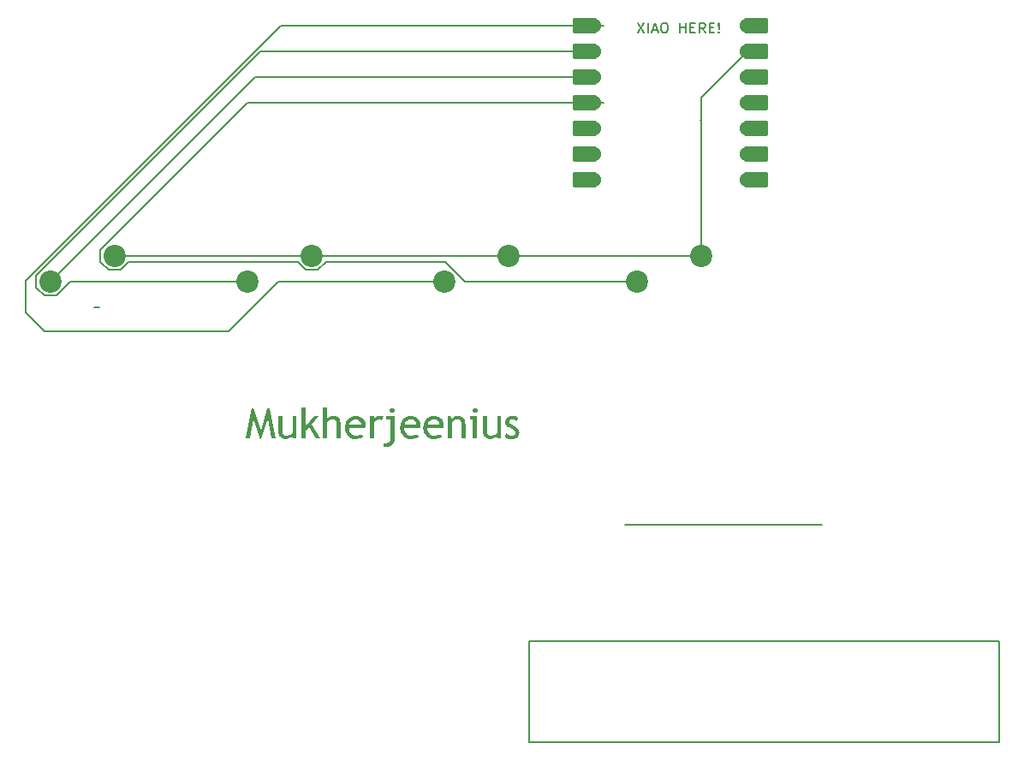
<source format=gbr>
%TF.GenerationSoftware,KiCad,Pcbnew,9.0.2*%
%TF.CreationDate,2025-06-28T12:52:55-04:00*%
%TF.ProjectId,Kicadproject1,4b696361-6470-4726-9f6a-656374312e6b,rev?*%
%TF.SameCoordinates,Original*%
%TF.FileFunction,Copper,L1,Top*%
%TF.FilePolarity,Positive*%
%FSLAX46Y46*%
G04 Gerber Fmt 4.6, Leading zero omitted, Abs format (unit mm)*
G04 Created by KiCad (PCBNEW 9.0.2) date 2025-06-28 12:52:55*
%MOMM*%
%LPD*%
G01*
G04 APERTURE LIST*
G04 Aperture macros list*
%AMRoundRect*
0 Rectangle with rounded corners*
0 $1 Rounding radius*
0 $2 $3 $4 $5 $6 $7 $8 $9 X,Y pos of 4 corners*
0 Add a 4 corners polygon primitive as box body*
4,1,4,$2,$3,$4,$5,$6,$7,$8,$9,$2,$3,0*
0 Add four circle primitives for the rounded corners*
1,1,$1+$1,$2,$3*
1,1,$1+$1,$4,$5*
1,1,$1+$1,$6,$7*
1,1,$1+$1,$8,$9*
0 Add four rect primitives between the rounded corners*
20,1,$1+$1,$2,$3,$4,$5,0*
20,1,$1+$1,$4,$5,$6,$7,0*
20,1,$1+$1,$6,$7,$8,$9,0*
20,1,$1+$1,$8,$9,$2,$3,0*%
G04 Aperture macros list end*
%ADD10C,0.150000*%
%TA.AperFunction,NonConductor*%
%ADD11C,0.150000*%
%TD*%
%TA.AperFunction,NonConductor*%
%ADD12C,0.200000*%
%TD*%
%TA.AperFunction,ComponentPad*%
%ADD13C,2.200000*%
%TD*%
%TA.AperFunction,SMDPad,CuDef*%
%ADD14RoundRect,0.152400X1.063600X0.609600X-1.063600X0.609600X-1.063600X-0.609600X1.063600X-0.609600X0*%
%TD*%
%TA.AperFunction,ComponentPad*%
%ADD15C,1.524000*%
%TD*%
%TA.AperFunction,SMDPad,CuDef*%
%ADD16RoundRect,0.152400X-1.063600X-0.609600X1.063600X-0.609600X1.063600X0.609600X-1.063600X0.609600X0*%
%TD*%
%TA.AperFunction,Conductor*%
%ADD17C,0.200000*%
%TD*%
G04 APERTURE END LIST*
D10*
G36*
X81567847Y-102990000D02*
G01*
X81211191Y-101062191D01*
X80555399Y-103036894D01*
X80453000Y-103036894D01*
X79778707Y-101062191D01*
X79430294Y-102990000D01*
X79041032Y-102990000D01*
X79602486Y-99988743D01*
X79788965Y-99988743D01*
X80504291Y-102178686D01*
X81164113Y-99988743D01*
X81348578Y-99988743D01*
X81957292Y-102990000D01*
X81567847Y-102990000D01*
G37*
G36*
X82623342Y-100797676D02*
G01*
X82623342Y-102199569D01*
X82638263Y-102369699D01*
X82678197Y-102495444D01*
X82738766Y-102587331D01*
X82819868Y-102652487D01*
X82925674Y-102693642D01*
X83063895Y-102708632D01*
X83188931Y-102696271D01*
X83305637Y-102659613D01*
X83416338Y-102597807D01*
X83514396Y-102516525D01*
X83583336Y-102431314D01*
X83627547Y-102341168D01*
X83627547Y-100797676D01*
X84016992Y-100797676D01*
X84016992Y-102990000D01*
X83627547Y-102990000D01*
X83627547Y-102692145D01*
X83574448Y-102769939D01*
X83489540Y-102848747D01*
X83364131Y-102929183D01*
X83229230Y-102990542D01*
X83101175Y-103025571D01*
X82977983Y-103036894D01*
X82798839Y-103022373D01*
X82650645Y-102981701D01*
X82527629Y-102917455D01*
X82425505Y-102829715D01*
X82345291Y-102721367D01*
X82285661Y-102590332D01*
X82247555Y-102432015D01*
X82233897Y-102240601D01*
X82233897Y-100797676D01*
X82623342Y-100797676D01*
G37*
G36*
X85967515Y-102990000D02*
G01*
X85278934Y-101891273D01*
X84938764Y-102239685D01*
X84938764Y-102990000D01*
X84549319Y-102990000D01*
X84549319Y-99894954D01*
X84938764Y-99894954D01*
X84938764Y-101817634D01*
X85779021Y-100797676D01*
X86233862Y-100797676D01*
X85530992Y-101628956D01*
X86389750Y-102990000D01*
X85967515Y-102990000D01*
G37*
G36*
X88018056Y-102990000D02*
G01*
X88018056Y-101608623D01*
X88003155Y-101448542D01*
X87961952Y-101321571D01*
X87897156Y-101220643D01*
X87807831Y-101143341D01*
X87696669Y-101095922D01*
X87556987Y-101079043D01*
X87418036Y-101099040D01*
X87273054Y-101162208D01*
X87144533Y-101254803D01*
X87054884Y-101356198D01*
X87054884Y-102990000D01*
X86665439Y-102990000D01*
X86665439Y-99894954D01*
X87054884Y-99894954D01*
X87054884Y-101033981D01*
X87114070Y-100960990D01*
X87196190Y-100893622D01*
X87305844Y-100831931D01*
X87482727Y-100770888D01*
X87663599Y-100750781D01*
X87834437Y-100766294D01*
X87979309Y-100810379D01*
X88103227Y-100881429D01*
X88209665Y-100980675D01*
X88292889Y-101100097D01*
X88354486Y-101241568D01*
X88393586Y-101409317D01*
X88407501Y-101608623D01*
X88407501Y-102990000D01*
X88018056Y-102990000D01*
G37*
G36*
X90078590Y-100769245D02*
G01*
X90274756Y-100821325D01*
X90440739Y-100904095D01*
X90581507Y-101017494D01*
X90692515Y-101153254D01*
X90772499Y-101309076D01*
X90822183Y-101488845D01*
X90839610Y-101697833D01*
X90831652Y-101825083D01*
X90808836Y-101937801D01*
X89226875Y-101937801D01*
X89241743Y-102129306D01*
X89283346Y-102287868D01*
X89348868Y-102419493D01*
X89437901Y-102528747D01*
X89571754Y-102627428D01*
X89729354Y-102687565D01*
X89917472Y-102708632D01*
X90082245Y-102695701D01*
X90228038Y-102658456D01*
X90358091Y-102598026D01*
X90474895Y-102513909D01*
X90638843Y-102795094D01*
X90532578Y-102874541D01*
X90362238Y-102950799D01*
X90204225Y-102997776D01*
X90031372Y-103026853D01*
X89841634Y-103036894D01*
X89639740Y-103018770D01*
X89457777Y-102965955D01*
X89291744Y-102878791D01*
X89138764Y-102754977D01*
X89000468Y-102590028D01*
X88900761Y-102399438D01*
X88838723Y-102178204D01*
X88816913Y-101919483D01*
X88831316Y-101701093D01*
X88841492Y-101653503D01*
X89237133Y-101653503D01*
X90452363Y-101653503D01*
X90435256Y-101499676D01*
X90386027Y-101368094D01*
X90304719Y-101253799D01*
X90186684Y-101158352D01*
X90042424Y-101099797D01*
X89864166Y-101079043D01*
X89697556Y-101098610D01*
X89553839Y-101155271D01*
X89427643Y-101249769D01*
X89331952Y-101366550D01*
X89268836Y-101499768D01*
X89237133Y-101653503D01*
X88841492Y-101653503D01*
X88872643Y-101507819D01*
X88939064Y-101335948D01*
X89030138Y-101182420D01*
X89146824Y-101044972D01*
X89303699Y-100914535D01*
X89470512Y-100823730D01*
X89649916Y-100769299D01*
X89845664Y-100750781D01*
X90078590Y-100769245D01*
G37*
G36*
X92442088Y-101167154D02*
G01*
X92311683Y-101100081D01*
X92185999Y-101079043D01*
X92056676Y-101099300D01*
X91937557Y-101160699D01*
X91824214Y-101269919D01*
X91739079Y-101404253D01*
X91687465Y-101555942D01*
X91669609Y-101729706D01*
X91669609Y-102990000D01*
X91280163Y-102990000D01*
X91280163Y-100797676D01*
X91669609Y-100797676D01*
X91669609Y-101142791D01*
X91766912Y-100997021D01*
X91876998Y-100888901D01*
X92000877Y-100813023D01*
X92141379Y-100766813D01*
X92302869Y-100750781D01*
X92418245Y-100758585D01*
X92604021Y-100787784D01*
X92442088Y-101167154D01*
G37*
G36*
X93479448Y-99965296D02*
G01*
X93572470Y-99982951D01*
X93650540Y-100035821D01*
X93703649Y-100113446D01*
X93721249Y-100204532D01*
X93703548Y-100297508D01*
X93650540Y-100375441D01*
X93572470Y-100428311D01*
X93479448Y-100445966D01*
X93386584Y-100428282D01*
X93309272Y-100375441D01*
X93257123Y-100297594D01*
X93239663Y-100204532D01*
X93257151Y-100111817D01*
X93309272Y-100034905D01*
X93386512Y-99982780D01*
X93479448Y-99965296D01*
G37*
G36*
X92639192Y-103845826D02*
G01*
X92639192Y-103497048D01*
X92907321Y-103479578D01*
X93081683Y-103435862D01*
X93189471Y-103375415D01*
X93268084Y-103283797D01*
X93318998Y-103155044D01*
X93338032Y-102976261D01*
X93338032Y-101125938D01*
X92901509Y-101125938D01*
X92901509Y-100797676D01*
X93727477Y-100797676D01*
X93727477Y-102968750D01*
X93708429Y-103193258D01*
X93655709Y-103373284D01*
X93573218Y-103517780D01*
X93460947Y-103633152D01*
X93324694Y-103718963D01*
X93148754Y-103785516D01*
X92923909Y-103829607D01*
X92639192Y-103845826D01*
G37*
G36*
X95535953Y-100769245D02*
G01*
X95732118Y-100821325D01*
X95898101Y-100904095D01*
X96038869Y-101017494D01*
X96149878Y-101153254D01*
X96229862Y-101309076D01*
X96279545Y-101488845D01*
X96296973Y-101697833D01*
X96289014Y-101825083D01*
X96266198Y-101937801D01*
X94684237Y-101937801D01*
X94699105Y-102129306D01*
X94740708Y-102287868D01*
X94806231Y-102419493D01*
X94895263Y-102528747D01*
X95029116Y-102627428D01*
X95186716Y-102687565D01*
X95374834Y-102708632D01*
X95539607Y-102695701D01*
X95685400Y-102658456D01*
X95815454Y-102598026D01*
X95932257Y-102513909D01*
X96096205Y-102795094D01*
X95989941Y-102874541D01*
X95819600Y-102950799D01*
X95661587Y-102997776D01*
X95488734Y-103026853D01*
X95298996Y-103036894D01*
X95097102Y-103018770D01*
X94915139Y-102965955D01*
X94749106Y-102878791D01*
X94596127Y-102754977D01*
X94457830Y-102590028D01*
X94358123Y-102399438D01*
X94296085Y-102178204D01*
X94274275Y-101919483D01*
X94288679Y-101701093D01*
X94298855Y-101653503D01*
X94694495Y-101653503D01*
X95909726Y-101653503D01*
X95892618Y-101499676D01*
X95843389Y-101368094D01*
X95762081Y-101253799D01*
X95644047Y-101158352D01*
X95499786Y-101099797D01*
X95321528Y-101079043D01*
X95154919Y-101098610D01*
X95011201Y-101155271D01*
X94885005Y-101249769D01*
X94789314Y-101366550D01*
X94726198Y-101499768D01*
X94694495Y-101653503D01*
X94298855Y-101653503D01*
X94330005Y-101507819D01*
X94396427Y-101335948D01*
X94487500Y-101182420D01*
X94604187Y-101044972D01*
X94761061Y-100914535D01*
X94927874Y-100823730D01*
X95107279Y-100769299D01*
X95303026Y-100750781D01*
X95535953Y-100769245D01*
G37*
G36*
X97824997Y-100769245D02*
G01*
X98021162Y-100821325D01*
X98187145Y-100904095D01*
X98327913Y-101017494D01*
X98438922Y-101153254D01*
X98518906Y-101309076D01*
X98568589Y-101488845D01*
X98586017Y-101697833D01*
X98578058Y-101825083D01*
X98555242Y-101937801D01*
X96973281Y-101937801D01*
X96988149Y-102129306D01*
X97029752Y-102287868D01*
X97095275Y-102419493D01*
X97184307Y-102528747D01*
X97318160Y-102627428D01*
X97475760Y-102687565D01*
X97663878Y-102708632D01*
X97828651Y-102695701D01*
X97974444Y-102658456D01*
X98104498Y-102598026D01*
X98221301Y-102513909D01*
X98385249Y-102795094D01*
X98278985Y-102874541D01*
X98108644Y-102950799D01*
X97950631Y-102997776D01*
X97777778Y-103026853D01*
X97588040Y-103036894D01*
X97386146Y-103018770D01*
X97204183Y-102965955D01*
X97038150Y-102878791D01*
X96885170Y-102754977D01*
X96746874Y-102590028D01*
X96647167Y-102399438D01*
X96585129Y-102178204D01*
X96563319Y-101919483D01*
X96577722Y-101701093D01*
X96587898Y-101653503D01*
X96983539Y-101653503D01*
X98198770Y-101653503D01*
X98181662Y-101499676D01*
X98132433Y-101368094D01*
X98051125Y-101253799D01*
X97933091Y-101158352D01*
X97788830Y-101099797D01*
X97610572Y-101079043D01*
X97443962Y-101098610D01*
X97300245Y-101155271D01*
X97174049Y-101249769D01*
X97078358Y-101366550D01*
X97015242Y-101499768D01*
X96983539Y-101653503D01*
X96587898Y-101653503D01*
X96619049Y-101507819D01*
X96685471Y-101335948D01*
X96776544Y-101182420D01*
X96893230Y-101044972D01*
X97050105Y-100914535D01*
X97216918Y-100823730D01*
X97396323Y-100769299D01*
X97592070Y-100750781D01*
X97824997Y-100769245D01*
G37*
G36*
X100346397Y-102990000D02*
G01*
X100346397Y-101711205D01*
X100331485Y-101477064D01*
X100293726Y-101320317D01*
X100240884Y-101219727D01*
X100160118Y-101144959D01*
X100046175Y-101096949D01*
X99887342Y-101079043D01*
X99754965Y-101097948D01*
X99608539Y-101159094D01*
X99477676Y-101250450D01*
X99385240Y-101356198D01*
X99385240Y-102990000D01*
X98995795Y-102990000D01*
X98995795Y-100797676D01*
X99262325Y-100797676D01*
X99385240Y-101075013D01*
X99471192Y-100959242D01*
X99574158Y-100870386D01*
X99696243Y-100805785D01*
X99841275Y-100765188D01*
X100014471Y-100750781D01*
X100209631Y-100769483D01*
X100365591Y-100821416D01*
X100490776Y-100903622D01*
X100590615Y-101017754D01*
X100666833Y-101169821D01*
X100717205Y-101369466D01*
X100735842Y-101629139D01*
X100735842Y-102990000D01*
X100346397Y-102990000D01*
G37*
G36*
X101692419Y-99965296D02*
G01*
X101785441Y-99982951D01*
X101863511Y-100035821D01*
X101916620Y-100113446D01*
X101934220Y-100204532D01*
X101916519Y-100297508D01*
X101863511Y-100375441D01*
X101785441Y-100428311D01*
X101692419Y-100445966D01*
X101601130Y-100428403D01*
X101523342Y-100375441D01*
X101470334Y-100297508D01*
X101452634Y-100204532D01*
X101470122Y-100111817D01*
X101522243Y-100034905D01*
X101599483Y-99982780D01*
X101692419Y-99965296D01*
G37*
G36*
X101479378Y-102990000D02*
G01*
X101479378Y-101125938D01*
X101178044Y-101125938D01*
X101178044Y-100797676D01*
X101868640Y-100797676D01*
X101868640Y-102990000D01*
X101479378Y-102990000D01*
G37*
G36*
X102855443Y-100797676D02*
G01*
X102855443Y-102199569D01*
X102870364Y-102369699D01*
X102910297Y-102495444D01*
X102970867Y-102587331D01*
X103051968Y-102652487D01*
X103157774Y-102693642D01*
X103295996Y-102708632D01*
X103421032Y-102696271D01*
X103537737Y-102659613D01*
X103648438Y-102597807D01*
X103746497Y-102516525D01*
X103815437Y-102431314D01*
X103859647Y-102341168D01*
X103859647Y-100797676D01*
X104249092Y-100797676D01*
X104249092Y-102990000D01*
X103859647Y-102990000D01*
X103859647Y-102692145D01*
X103806548Y-102769939D01*
X103721640Y-102848747D01*
X103596231Y-102929183D01*
X103461330Y-102990542D01*
X103333276Y-103025571D01*
X103210083Y-103036894D01*
X103030940Y-103022373D01*
X102882746Y-102981701D01*
X102759730Y-102917455D01*
X102657606Y-102829715D01*
X102577391Y-102721367D01*
X102517762Y-102590332D01*
X102479656Y-102432015D01*
X102465997Y-102240601D01*
X102465997Y-100797676D01*
X102855443Y-100797676D01*
G37*
G36*
X104637988Y-102864703D02*
G01*
X104775375Y-102495408D01*
X105001564Y-102625176D01*
X105171918Y-102690139D01*
X105300008Y-102708632D01*
X105441232Y-102693857D01*
X105538939Y-102655023D01*
X105605009Y-102596091D01*
X105645788Y-102514801D01*
X105660694Y-102403267D01*
X105642898Y-102307586D01*
X105586987Y-102215245D01*
X105482628Y-102122374D01*
X105312281Y-102028110D01*
X105067076Y-101908868D01*
X104950497Y-101840898D01*
X104862792Y-101772123D01*
X104788564Y-101695818D01*
X104728167Y-101611049D01*
X104686165Y-101523077D01*
X104661036Y-101429013D01*
X104652459Y-101326523D01*
X104665516Y-101194645D01*
X104702785Y-101082559D01*
X104763405Y-100986213D01*
X104849197Y-100903005D01*
X104987848Y-100821012D01*
X105156776Y-100769286D01*
X105363572Y-100750781D01*
X105521137Y-100764836D01*
X105719557Y-100812267D01*
X105968073Y-100902456D01*
X105857431Y-101263508D01*
X105695895Y-101157400D01*
X105542114Y-101098084D01*
X105392149Y-101079043D01*
X105261052Y-101096356D01*
X105157493Y-101145172D01*
X105103174Y-101194774D01*
X105072498Y-101249649D01*
X105062238Y-101312234D01*
X105076544Y-101409954D01*
X105118595Y-101494118D01*
X105191176Y-101568488D01*
X105302023Y-101634085D01*
X105580643Y-101761580D01*
X105745854Y-101849611D01*
X105867467Y-101938902D01*
X105953602Y-102029209D01*
X106017206Y-102134736D01*
X106056601Y-102258633D01*
X106070472Y-102405465D01*
X106056652Y-102549954D01*
X106017258Y-102672777D01*
X105953397Y-102778262D01*
X105863476Y-102869282D01*
X105756714Y-102939146D01*
X105628443Y-102991423D01*
X105474486Y-103024905D01*
X105289750Y-103036894D01*
X105063286Y-103017746D01*
X104847045Y-102960696D01*
X104637988Y-102864703D01*
G37*
D11*
X117741541Y-61869819D02*
X118408207Y-62869819D01*
X118408207Y-61869819D02*
X117741541Y-62869819D01*
X118789160Y-62869819D02*
X118789160Y-61869819D01*
X119217731Y-62584104D02*
X119693921Y-62584104D01*
X119122493Y-62869819D02*
X119455826Y-61869819D01*
X119455826Y-61869819D02*
X119789159Y-62869819D01*
X120312969Y-61869819D02*
X120503445Y-61869819D01*
X120503445Y-61869819D02*
X120598683Y-61917438D01*
X120598683Y-61917438D02*
X120693921Y-62012676D01*
X120693921Y-62012676D02*
X120741540Y-62203152D01*
X120741540Y-62203152D02*
X120741540Y-62536485D01*
X120741540Y-62536485D02*
X120693921Y-62726961D01*
X120693921Y-62726961D02*
X120598683Y-62822200D01*
X120598683Y-62822200D02*
X120503445Y-62869819D01*
X120503445Y-62869819D02*
X120312969Y-62869819D01*
X120312969Y-62869819D02*
X120217731Y-62822200D01*
X120217731Y-62822200D02*
X120122493Y-62726961D01*
X120122493Y-62726961D02*
X120074874Y-62536485D01*
X120074874Y-62536485D02*
X120074874Y-62203152D01*
X120074874Y-62203152D02*
X120122493Y-62012676D01*
X120122493Y-62012676D02*
X120217731Y-61917438D01*
X120217731Y-61917438D02*
X120312969Y-61869819D01*
X121932017Y-62869819D02*
X121932017Y-61869819D01*
X121932017Y-62346009D02*
X122503445Y-62346009D01*
X122503445Y-62869819D02*
X122503445Y-61869819D01*
X122979636Y-62346009D02*
X123312969Y-62346009D01*
X123455826Y-62869819D02*
X122979636Y-62869819D01*
X122979636Y-62869819D02*
X122979636Y-61869819D01*
X122979636Y-61869819D02*
X123455826Y-61869819D01*
X124455826Y-62869819D02*
X124122493Y-62393628D01*
X123884398Y-62869819D02*
X123884398Y-61869819D01*
X123884398Y-61869819D02*
X124265350Y-61869819D01*
X124265350Y-61869819D02*
X124360588Y-61917438D01*
X124360588Y-61917438D02*
X124408207Y-61965057D01*
X124408207Y-61965057D02*
X124455826Y-62060295D01*
X124455826Y-62060295D02*
X124455826Y-62203152D01*
X124455826Y-62203152D02*
X124408207Y-62298390D01*
X124408207Y-62298390D02*
X124360588Y-62346009D01*
X124360588Y-62346009D02*
X124265350Y-62393628D01*
X124265350Y-62393628D02*
X123884398Y-62393628D01*
X124884398Y-62346009D02*
X125217731Y-62346009D01*
X125360588Y-62869819D02*
X124884398Y-62869819D01*
X124884398Y-62869819D02*
X124884398Y-61869819D01*
X124884398Y-61869819D02*
X125360588Y-61869819D01*
X125789160Y-62774580D02*
X125836779Y-62822200D01*
X125836779Y-62822200D02*
X125789160Y-62869819D01*
X125789160Y-62869819D02*
X125741541Y-62822200D01*
X125741541Y-62822200D02*
X125789160Y-62774580D01*
X125789160Y-62774580D02*
X125789160Y-62869819D01*
X125789160Y-62488866D02*
X125741541Y-61917438D01*
X125741541Y-61917438D02*
X125789160Y-61869819D01*
X125789160Y-61869819D02*
X125836779Y-61917438D01*
X125836779Y-61917438D02*
X125789160Y-62488866D01*
X125789160Y-62488866D02*
X125789160Y-61869819D01*
D12*
X107000000Y-123000000D02*
X153500000Y-123000000D01*
X153500000Y-133000000D01*
X107000000Y-133000000D01*
X107000000Y-123000000D01*
X116500000Y-111500000D02*
X136000000Y-111500000D01*
X116500000Y-111500000D01*
D13*
%TO.P,SW4,2,2*%
%TO.N,Net-(U1-GPIO28{slash}ADC2{slash}A2)*%
X59690000Y-87460000D03*
%TO.P,SW4,1,1*%
%TO.N,GND*%
X66040000Y-84920000D03*
%TD*%
D14*
%TO.P,U1,1,GPIO26/ADC0/A0*%
%TO.N,Net-(U1-GPIO26{slash}ADC0{slash}A0)*%
X112545000Y-62148500D03*
D15*
X113380000Y-62148500D03*
D14*
%TO.P,U1,2,GPIO27/ADC1/A1*%
%TO.N,Net-(U1-GPIO27{slash}ADC1{slash}A1)*%
X112545000Y-64688500D03*
D15*
X113380000Y-64688500D03*
D14*
%TO.P,U1,3,GPIO28/ADC2/A2*%
%TO.N,Net-(U1-GPIO28{slash}ADC2{slash}A2)*%
X112545000Y-67228500D03*
D15*
X113380000Y-67228500D03*
D14*
%TO.P,U1,4,GPIO29/ADC3/A3*%
%TO.N,Net-(U1-GPIO29{slash}ADC3{slash}A3)*%
X112545000Y-69768500D03*
D15*
X113380000Y-69768500D03*
D14*
%TO.P,U1,5,GPIO6/SDA*%
%TO.N,unconnected-(U1-GPIO6{slash}SDA-Pad5)*%
X112545000Y-72308500D03*
D15*
X113380000Y-72308500D03*
D14*
%TO.P,U1,6,GPIO7/SCL*%
%TO.N,unconnected-(U1-GPIO7{slash}SCL-Pad6)*%
X112545000Y-74848500D03*
D15*
X113380000Y-74848500D03*
D14*
%TO.P,U1,7,GPIO0/TX*%
%TO.N,unconnected-(U1-GPIO0{slash}TX-Pad7)*%
X112545000Y-77388500D03*
D15*
X113380000Y-77388500D03*
%TO.P,U1,8,GPIO1/RX*%
%TO.N,unconnected-(U1-GPIO1{slash}RX-Pad8)*%
X128620000Y-77388500D03*
D16*
X129455000Y-77388500D03*
D15*
%TO.P,U1,9,GPIO2/SCK*%
%TO.N,unconnected-(U1-GPIO2{slash}SCK-Pad9)*%
X128620000Y-74848500D03*
D16*
X129455000Y-74848500D03*
D15*
%TO.P,U1,10,GPIO4/MISO*%
%TO.N,unconnected-(U1-GPIO4{slash}MISO-Pad10)*%
X128620000Y-72308500D03*
D16*
X129455000Y-72308500D03*
D15*
%TO.P,U1,11,GPIO3/MOSI*%
%TO.N,unconnected-(U1-GPIO3{slash}MOSI-Pad11)*%
X128620000Y-69768500D03*
D16*
X129455000Y-69768500D03*
D15*
%TO.P,U1,12,3V3*%
%TO.N,unconnected-(U1-3V3-Pad12)*%
X128620000Y-67228500D03*
D16*
X129455000Y-67228500D03*
D15*
%TO.P,U1,13,GND*%
%TO.N,GND*%
X128620000Y-64688500D03*
D16*
X129455000Y-64688500D03*
D15*
%TO.P,U1,14,VBUS*%
%TO.N,+5V*%
X128620000Y-62148500D03*
D16*
X129455000Y-62148500D03*
%TD*%
D13*
%TO.P,SW3,1,1*%
%TO.N,GND*%
X124040000Y-84920000D03*
%TO.P,SW3,2,2*%
%TO.N,Net-(U1-GPIO29{slash}ADC3{slash}A3)*%
X117690000Y-87460000D03*
%TD*%
%TO.P,SW2,1,1*%
%TO.N,GND*%
X105040000Y-84920000D03*
%TO.P,SW2,2,2*%
%TO.N,Net-(U1-GPIO26{slash}ADC0{slash}A0)*%
X98690000Y-87460000D03*
%TD*%
%TO.P,SW1,1,1*%
%TO.N,GND*%
X85540000Y-84920000D03*
%TO.P,SW1,2,2*%
%TO.N,Net-(U1-GPIO27{slash}ADC1{slash}A1)*%
X79190000Y-87460000D03*
%TD*%
D17*
%TO.N,GND*%
X124040000Y-69268500D02*
X128620000Y-64688500D01*
X124040000Y-71103500D02*
X124040000Y-69268500D01*
X124040000Y-71460000D02*
X124000000Y-71500000D01*
X124040000Y-71103500D02*
X124040000Y-71460000D01*
%TO.N,Net-(U1-GPIO29{slash}ADC3{slash}A3)*%
X79210186Y-69768500D02*
X114380000Y-69768500D01*
X64639000Y-84339686D02*
X79210186Y-69768500D01*
X64639000Y-85500314D02*
X64639000Y-84339686D01*
X65459686Y-86321000D02*
X64639000Y-85500314D01*
X66620314Y-86321000D02*
X65459686Y-86321000D01*
X67441000Y-85500314D02*
X66620314Y-86321000D01*
X84139000Y-85500314D02*
X67441000Y-85500314D01*
X84959686Y-86321000D02*
X84139000Y-85500314D01*
X86120314Y-86321000D02*
X84959686Y-86321000D01*
X86941000Y-85500314D02*
X86120314Y-86321000D01*
X98711628Y-85500314D02*
X86941000Y-85500314D01*
X100671314Y-87460000D02*
X98711628Y-85500314D01*
X117690000Y-87460000D02*
X100671314Y-87460000D01*
%TO.N,Net-(U1-GPIO26{slash}ADC0{slash}A0)*%
X57219000Y-87382586D02*
X82453086Y-62148500D01*
X57219000Y-90497470D02*
X57219000Y-87382586D01*
X59072530Y-92351000D02*
X57219000Y-90497470D01*
X82453086Y-62148500D02*
X114380000Y-62148500D01*
X82215184Y-87460000D02*
X77324184Y-92351000D01*
X98690000Y-87460000D02*
X82215184Y-87460000D01*
X77324184Y-92351000D02*
X59072530Y-92351000D01*
%TO.N,Net-(U1-GPIO27{slash}ADC1{slash}A1)*%
X58289000Y-86879686D02*
X80480186Y-64688500D01*
X80480186Y-64688500D02*
X113545000Y-64688500D01*
X58289000Y-88040314D02*
X58289000Y-86879686D01*
X59109686Y-88861000D02*
X58289000Y-88040314D01*
X60270314Y-88861000D02*
X59109686Y-88861000D01*
X79190000Y-87460000D02*
X61671314Y-87460000D01*
X61671314Y-87460000D02*
X60270314Y-88861000D01*
%TO.N,Net-(U1-GPIO28{slash}ADC2{slash}A2)*%
X79921500Y-67228500D02*
X113545000Y-67228500D01*
X59690000Y-87460000D02*
X79921500Y-67228500D01*
%TO.N,*%
X64500000Y-90000000D02*
X64000000Y-90000000D01*
%TO.N,GND*%
X87000000Y-84920000D02*
X85540000Y-84920000D01*
X87000000Y-84920000D02*
X66040000Y-84920000D01*
X105040000Y-84920000D02*
X87000000Y-84920000D01*
X124040000Y-84920000D02*
X124040000Y-71103500D01*
X105040000Y-84920000D02*
X124040000Y-84920000D01*
%TD*%
M02*

</source>
